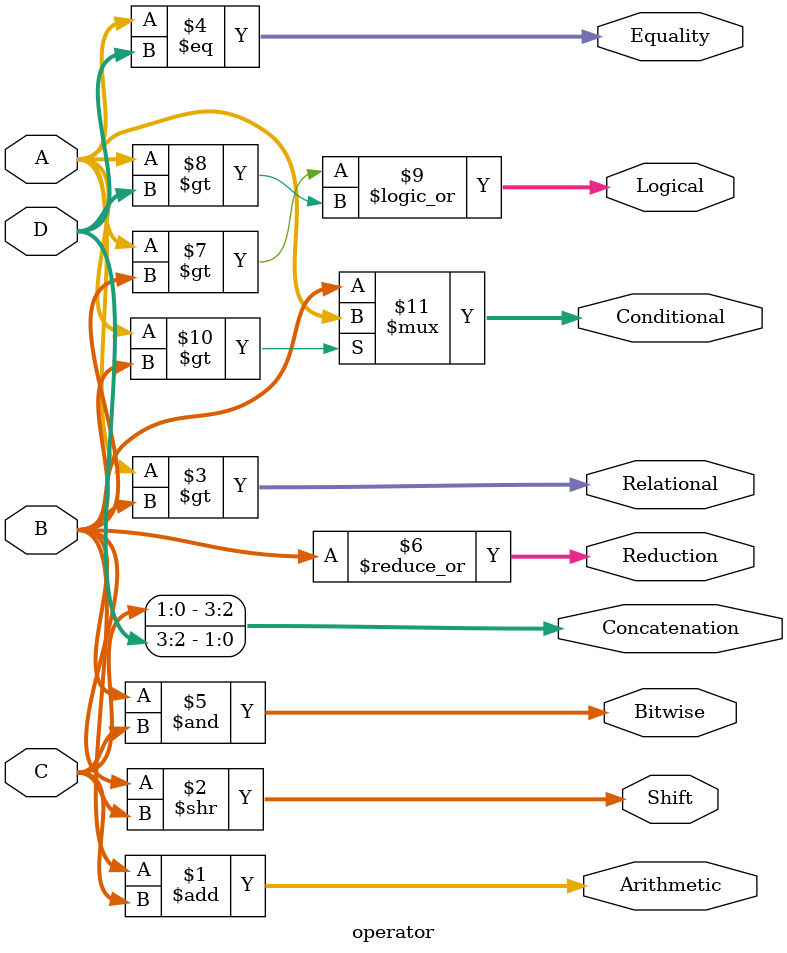
<source format=v>
module operator(
    input [3:0] A,
    input [3:0] B,
    input [3:0] C,
    input [3:0] D,

    output [3:0] Arithmetic,
    output [3:0] Shift,
    output [3:0] Relational,
    output [3:0] Equality,
    output [3:0] Bitwise,
    output [3:0] Reduction,
    output [3:0] Logical,
    output [3:0] Concatenation,
    output [3:0] Conditional
);

    assign Arithmetic = B + C;
    assign Shift = B >> C;
    assign Relational = A > B;
    assign Equality = A == D;
    assign Bitwise = B & C;
    assign Reduction = |B;
    assign Logical = (A > B) || (A > D);
    assign Concatenation = {C[1:0], D[3:2]};
    assign Conditional = (A > B) ? A : B;

endmodule
</source>
